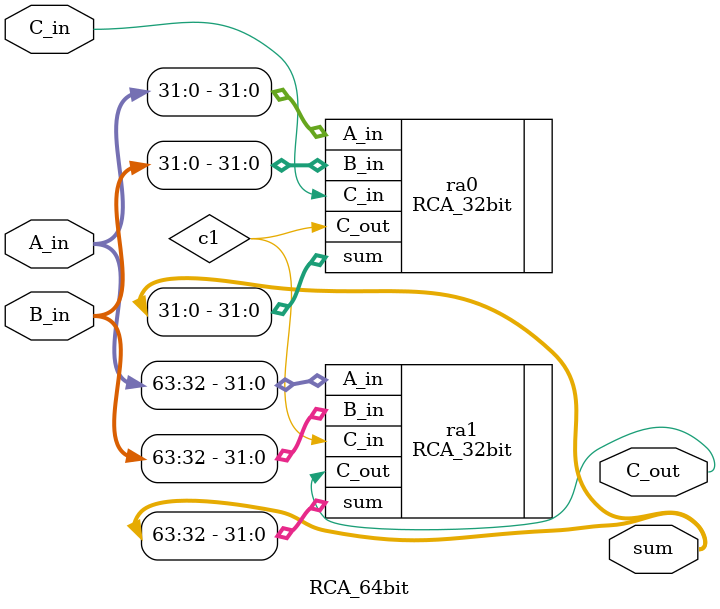
<source format=v>
`timescale 1ns / 1ps
module RCA_64bit(sum , C_out, A_in , B_in , C_in);
	output [63:0] sum;
	output C_out;
	input [63:0] A_in , B_in;
	input C_in;
	wire c1;
	// Used two RCA_32bit to add a 64 bit number
	RCA_32bit ra0(.sum(sum[31:0]), .C_out(c1), .A_in(A_in[31:0]), .B_in(B_in[31:0]), .C_in(C_in)); // this will first 8 bits of the nunbers
	RCA_32bit ra1(.sum(sum[63:32]), .C_out(C_out), .A_in(A_in[63:32]), .B_in(B_in[63:32]), .C_in(c1)); // this will add next 8 bits of the number

endmodule

</source>
